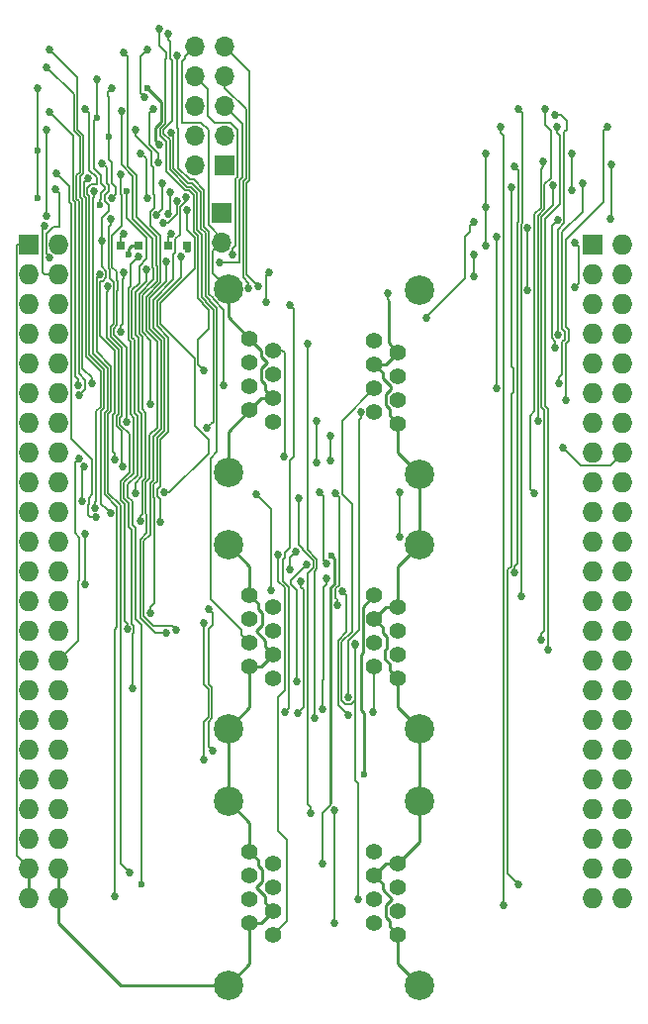
<source format=gbr>
G04 #@! TF.FileFunction,Copper,L1,Top,Signal*
%FSLAX46Y46*%
G04 Gerber Fmt 4.6, Leading zero omitted, Abs format (unit mm)*
G04 Created by KiCad (PCBNEW 4.0.7-e2-6376~58~ubuntu16.04.1) date Fri Jun  1 10:41:47 2018*
%MOMM*%
%LPD*%
G01*
G04 APERTURE LIST*
%ADD10C,0.100000*%
%ADD11R,1.700000X1.700000*%
%ADD12O,1.700000X1.700000*%
%ADD13R,1.727200X1.727200*%
%ADD14O,1.727200X1.727200*%
%ADD15R,0.800000X0.800000*%
%ADD16C,1.422400*%
%ADD17C,2.514600*%
%ADD18C,0.685800*%
%ADD19C,0.600000*%
%ADD20C,0.152400*%
%ADD21C,0.250000*%
G04 APERTURE END LIST*
D10*
D11*
X132842000Y-59690000D03*
D12*
X132842000Y-62230000D03*
D13*
X164630098Y-62382400D03*
D14*
X167170098Y-62382400D03*
X164630098Y-64922400D03*
X167170098Y-64922400D03*
X164630098Y-67462400D03*
X167170098Y-67462400D03*
X164630098Y-70002400D03*
X167170098Y-70002400D03*
X164630098Y-72542400D03*
X167170098Y-72542400D03*
X164630098Y-75082400D03*
X167170098Y-75082400D03*
X164630098Y-77622400D03*
X167170098Y-77622400D03*
X164630098Y-80162400D03*
X167170098Y-80162400D03*
X164630098Y-82702400D03*
X167170098Y-82702400D03*
X164630098Y-85242400D03*
X167170098Y-85242400D03*
X164630098Y-87782400D03*
X167170098Y-87782400D03*
X164630098Y-90322400D03*
X167170098Y-90322400D03*
X164630098Y-92862400D03*
X167170098Y-92862400D03*
X164630098Y-95402400D03*
X167170098Y-95402400D03*
X164630098Y-97942400D03*
X167170098Y-97942400D03*
X164630098Y-100482400D03*
X167170098Y-100482400D03*
X164630098Y-103022400D03*
X167170098Y-103022400D03*
X164630098Y-105562400D03*
X167170098Y-105562400D03*
X164630098Y-108102400D03*
X167170098Y-108102400D03*
X164630098Y-110642400D03*
X167170098Y-110642400D03*
X164630098Y-113182400D03*
X167170098Y-113182400D03*
X164630098Y-115722400D03*
X167170098Y-115722400D03*
X164630098Y-118262400D03*
X167170098Y-118262400D03*
D13*
X116370100Y-62382400D03*
D14*
X118910100Y-62382400D03*
X116370100Y-64922400D03*
X118910100Y-64922400D03*
X116370100Y-67462400D03*
X118910100Y-67462400D03*
X116370100Y-70002400D03*
X118910100Y-70002400D03*
X116370100Y-72542400D03*
X118910100Y-72542400D03*
X116370100Y-75082400D03*
X118910100Y-75082400D03*
X116370100Y-77622400D03*
X118910100Y-77622400D03*
X116370100Y-80162400D03*
X118910100Y-80162400D03*
X116370100Y-82702400D03*
X118910100Y-82702400D03*
X116370100Y-85242400D03*
X118910100Y-85242400D03*
X116370100Y-87782400D03*
X118910100Y-87782400D03*
X116370100Y-90322400D03*
X118910100Y-90322400D03*
X116370100Y-92862400D03*
X118910100Y-92862400D03*
X116370100Y-95402400D03*
X118910100Y-95402400D03*
X116370100Y-97942400D03*
X118910100Y-97942400D03*
X116370100Y-100482400D03*
X118910100Y-100482400D03*
X116370100Y-103022400D03*
X118910100Y-103022400D03*
X116370100Y-105562400D03*
X118910100Y-105562400D03*
X116370100Y-108102400D03*
X118910100Y-108102400D03*
X116370100Y-110642400D03*
X118910100Y-110642400D03*
X116370100Y-113182400D03*
X118910100Y-113182400D03*
X116370100Y-115722400D03*
X118910100Y-115722400D03*
X116370100Y-118262400D03*
X118910100Y-118262400D03*
D15*
X125768000Y-62484000D03*
X124168000Y-62484000D03*
X129870000Y-62484000D03*
X128270000Y-62484000D03*
D16*
X135255000Y-74549000D03*
X135255000Y-72517000D03*
X135255000Y-70485000D03*
X137287000Y-71501000D03*
X137287000Y-73533000D03*
X137287000Y-75565000D03*
X137287000Y-77597000D03*
X135255000Y-76581000D03*
D17*
X133400800Y-66192400D03*
X133400800Y-81889600D03*
D16*
X135255000Y-96456500D03*
X135255000Y-94424500D03*
X135255000Y-92392500D03*
X137287000Y-93408500D03*
X137287000Y-95440500D03*
X137287000Y-97472500D03*
X137287000Y-99504500D03*
X135255000Y-98488500D03*
D17*
X133400800Y-88099900D03*
X133400800Y-103797100D03*
D16*
X135255000Y-118364000D03*
X135255000Y-116332000D03*
X135255000Y-114300000D03*
X137287000Y-115316000D03*
X137287000Y-117348000D03*
X137287000Y-119380000D03*
X137287000Y-121412000D03*
X135255000Y-120396000D03*
D17*
X133400800Y-110007400D03*
X133400800Y-125704600D03*
D16*
X147955000Y-73660000D03*
X147955000Y-75692000D03*
X147955000Y-77724000D03*
X145923000Y-76708000D03*
X145923000Y-74676000D03*
X145923000Y-72644000D03*
X145923000Y-70612000D03*
X147955000Y-71628000D03*
D17*
X149809200Y-82016600D03*
X149809200Y-66319400D03*
D16*
X147955000Y-95440500D03*
X147955000Y-97472500D03*
X147955000Y-99504500D03*
X145923000Y-98488500D03*
X145923000Y-96456500D03*
X145923000Y-94424500D03*
X145923000Y-92392500D03*
X147955000Y-93408500D03*
D17*
X149809200Y-103797100D03*
X149809200Y-88099900D03*
D16*
X147955000Y-117348000D03*
X147955000Y-119380000D03*
X147955000Y-121412000D03*
X145923000Y-120396000D03*
X145923000Y-118364000D03*
X145923000Y-116332000D03*
X145923000Y-114300000D03*
X147955000Y-115316000D03*
D17*
X149809200Y-125704600D03*
X149809200Y-110007400D03*
D11*
X133096000Y-55626000D03*
D12*
X130556000Y-55626000D03*
X133096000Y-53086000D03*
X130556000Y-53086000D03*
X133096000Y-50546000D03*
X130556000Y-50546000D03*
X133096000Y-48006000D03*
X130556000Y-48006000D03*
X133096000Y-45466000D03*
X130556000Y-45466000D03*
D18*
X117725083Y-60790679D03*
X159042057Y-60960000D03*
X159042057Y-66285744D03*
X135153132Y-66161585D03*
X124206000Y-69850000D03*
X136906000Y-64770000D03*
X136652000Y-67310000D03*
X133794457Y-63236055D03*
X124460000Y-64770000D03*
X121917505Y-57847143D03*
X123698000Y-118110000D03*
X118110000Y-63500000D03*
X122402677Y-64960562D03*
X124968000Y-116078000D03*
X118618000Y-57658000D03*
D19*
X124734610Y-57865051D03*
X125984000Y-117094000D03*
X124864852Y-63225390D03*
D18*
X124460000Y-61468000D03*
X147066000Y-66548000D03*
X163068000Y-66040000D03*
X163068000Y-62230000D03*
X128524000Y-61468000D03*
D19*
X129963296Y-62803669D03*
D18*
X126784057Y-76010215D03*
X124460000Y-45974000D03*
X120661855Y-75267566D03*
X117856000Y-47244000D03*
X138176000Y-80518000D03*
X133019823Y-74414968D03*
X129032000Y-46228000D03*
X140970000Y-77470000D03*
X140970000Y-81026000D03*
X128549741Y-52812241D03*
X117874066Y-59965813D03*
X124777510Y-95304274D03*
X123380490Y-60198000D03*
X117856000Y-52578000D03*
X142580941Y-83699180D03*
X142748000Y-93218000D03*
X128079510Y-95618321D03*
X125476000Y-52578000D03*
X139305820Y-99718183D03*
X140130382Y-89728850D03*
X141478000Y-115316000D03*
D19*
X142227522Y-88963998D03*
D18*
X137668000Y-88900000D03*
X161734490Y-74277182D03*
X163759302Y-57150000D03*
X162306000Y-75692000D03*
X165862000Y-52324000D03*
X143700490Y-101092000D03*
X144780000Y-76708000D03*
X144272000Y-96520000D03*
X144309500Y-96595086D03*
X144526000Y-118364000D03*
X156400490Y-74677587D03*
X156400490Y-61725175D03*
X140779510Y-102871587D03*
X140208000Y-70866000D03*
X160210490Y-96158313D03*
X161226490Y-57351013D03*
X160782000Y-97028000D03*
X161544000Y-52324000D03*
X145796000Y-102362000D03*
D19*
X145054610Y-107696000D03*
D18*
X157619679Y-57539301D03*
X158242000Y-117094000D03*
X156972000Y-118872000D03*
X156718000Y-52324000D03*
X142516239Y-110768000D03*
X142494000Y-120396000D03*
X126492000Y-58420000D03*
X154428807Y-65087502D03*
X154432000Y-63246000D03*
X155448000Y-54610000D03*
X155448000Y-62491302D03*
X155448000Y-59182000D03*
X127530740Y-53878367D03*
X125920490Y-54591291D03*
D19*
X126492000Y-49022000D03*
D18*
X127915303Y-83620569D03*
X129875045Y-59483970D03*
X125462974Y-83680321D03*
X126415759Y-64545365D03*
X127821514Y-60516425D03*
X129031477Y-58673477D03*
X126746000Y-93891132D03*
X129800811Y-58340041D03*
X128936521Y-95313510D03*
X128130201Y-63813118D03*
X128233680Y-59768472D03*
X128455602Y-57900269D03*
X120625601Y-80676613D03*
X124369989Y-81419679D03*
X132685493Y-63900722D03*
X123072893Y-65944245D03*
X127290830Y-59867600D03*
X125222000Y-100330000D03*
X125732349Y-63429261D03*
X127762000Y-57150000D03*
X136000966Y-65950093D03*
X121727990Y-74258045D03*
X118110000Y-45720000D03*
X131318000Y-73152000D03*
X127508000Y-43942000D03*
X120584978Y-74422000D03*
X118110000Y-51054000D03*
X142176490Y-80835510D03*
X142176490Y-78740000D03*
X131563067Y-78110077D03*
X128308000Y-44418695D03*
X123329679Y-85381317D03*
X121158000Y-50800000D03*
X148082000Y-87376000D03*
X148082000Y-83566000D03*
X162052000Y-79756000D03*
X122087341Y-85732644D03*
X118681510Y-56307361D03*
X121418841Y-56750005D03*
X121995215Y-84899510D03*
X125867564Y-86075595D03*
X124260694Y-50975795D03*
X127620197Y-86118754D03*
X129366419Y-63396384D03*
X161658321Y-70104000D03*
X161374524Y-51323218D03*
X161607510Y-60307041D03*
X161419772Y-71186955D03*
X166116000Y-60198000D03*
X166213000Y-55529000D03*
X159905679Y-77494912D03*
X160540000Y-50812000D03*
X124711254Y-77533510D03*
X124206000Y-56388000D03*
X141846321Y-89662000D03*
X141224000Y-83566000D03*
X121098235Y-81368868D03*
X159572185Y-83629510D03*
X160381155Y-55271393D03*
X120904000Y-84328000D03*
X140462000Y-110998000D03*
X139446000Y-84074000D03*
X137096490Y-91997274D03*
X143700490Y-102668987D03*
X135837013Y-83756490D03*
X143192490Y-92078669D03*
X141846321Y-90932000D03*
X141478000Y-102108000D03*
X139382521Y-102449267D03*
X139636490Y-91186000D03*
X139192000Y-88646000D03*
X138684000Y-90170000D03*
X158496000Y-92456000D03*
X158242000Y-50800000D03*
X157924490Y-90456938D03*
X157924490Y-55697958D03*
X121158000Y-91440000D03*
X121158000Y-87122000D03*
X131744676Y-93586321D03*
X132080000Y-105664000D03*
X131352716Y-94776724D03*
X131318000Y-106426000D03*
X122593185Y-62058111D03*
X123698000Y-80772000D03*
X127444490Y-55401553D03*
X126492000Y-45709889D03*
X127042079Y-50849639D03*
X122639921Y-55468375D03*
X126238000Y-49784000D03*
D19*
X117073390Y-54356000D03*
D18*
X117094000Y-49022000D03*
D19*
X117094000Y-58420000D03*
X122447607Y-59008798D03*
D18*
X122174000Y-48260000D03*
D19*
X122194610Y-51562000D03*
D18*
X123444000Y-58420000D03*
D19*
X123190000Y-53204211D03*
D18*
X123444000Y-49022000D03*
X138239510Y-102362000D03*
X138684000Y-67564000D03*
X150355605Y-68681622D03*
X154432000Y-60452000D03*
X162814000Y-57774302D03*
X162814000Y-54610000D03*
D20*
X117509184Y-61006578D02*
X117725083Y-60790679D01*
X117688786Y-64922400D02*
X117509184Y-64742798D01*
X118910100Y-64922400D02*
X117688786Y-64922400D01*
X117509184Y-64742798D02*
X117509184Y-61006578D01*
X159042057Y-60960000D02*
X159042057Y-66285744D01*
X135153132Y-65676652D02*
X135153132Y-66161585D01*
X134670778Y-57024838D02*
X134670778Y-65194298D01*
X134924778Y-56770839D02*
X134670778Y-57024838D01*
X134924778Y-50840595D02*
X134924778Y-56770839D01*
X133096000Y-49011817D02*
X134924778Y-50840595D01*
X133096000Y-48006000D02*
X133096000Y-49011817D01*
X134670778Y-65194298D02*
X135153132Y-65676652D01*
X124413105Y-69157962D02*
X124206000Y-69365067D01*
X124460000Y-65254933D02*
X124413105Y-65301828D01*
X124460000Y-64770000D02*
X124460000Y-65254933D01*
X124206000Y-69365067D02*
X124206000Y-69850000D01*
X124413105Y-65301828D02*
X124413105Y-69157962D01*
X136652000Y-67310000D02*
X136652000Y-65024000D01*
X136652000Y-65024000D02*
X136906000Y-64770000D01*
X134061156Y-56772326D02*
X134061156Y-62484423D01*
X134174601Y-52568271D02*
X134174601Y-56658881D01*
X133613729Y-52007399D02*
X134174601Y-52568271D01*
X132271399Y-52007399D02*
X133613729Y-52007399D01*
X131634601Y-49084601D02*
X131634601Y-51370601D01*
X134061156Y-62484423D02*
X133794457Y-62751122D01*
X134174601Y-56658881D02*
X134061156Y-56772326D01*
X133794457Y-62751122D02*
X133794457Y-63236055D01*
X131634601Y-51370601D02*
X132271399Y-52007399D01*
X130556000Y-48006000D02*
X131634601Y-49084601D01*
X121831167Y-71716234D02*
X121831167Y-58418414D01*
X122821688Y-76790673D02*
X123088378Y-76523983D01*
X123088378Y-72973445D02*
X121831167Y-71716234D01*
X123901189Y-84829864D02*
X122821688Y-83750363D01*
X122821688Y-83750363D02*
X122821688Y-76790673D01*
X123901189Y-95122256D02*
X123901189Y-84829864D01*
X123698000Y-95325445D02*
X123901189Y-95122256D01*
X121917505Y-58332076D02*
X121917505Y-57847143D01*
X123698000Y-118110000D02*
X123698000Y-95325445D01*
X123088378Y-76523983D02*
X123088378Y-72973445D01*
X121831167Y-58418414D02*
X121917505Y-58332076D01*
X117817899Y-63207899D02*
X118110000Y-63500000D01*
X118474002Y-60849998D02*
X117817899Y-61506101D01*
X117817899Y-61506101D02*
X117817899Y-63207899D01*
X118960899Y-60849998D02*
X118474002Y-60849998D01*
X123393189Y-76650239D02*
X123393189Y-72793457D01*
X123126499Y-76916929D02*
X123393189Y-76650239D01*
X124206000Y-84703608D02*
X123126499Y-83624107D01*
X122148555Y-65214684D02*
X122402677Y-64960562D01*
X123393189Y-72793457D02*
X122148555Y-71548823D01*
X123126499Y-83624107D02*
X123126499Y-76916929D01*
X124206000Y-115316000D02*
X124206000Y-84703608D01*
X124968000Y-116078000D02*
X124206000Y-115316000D01*
X122148555Y-71548823D02*
X122148555Y-65214684D01*
X118960899Y-59270899D02*
X118960899Y-60849998D01*
X118618000Y-57658000D02*
X118960899Y-58000899D01*
X118960899Y-58000899D02*
X118960899Y-59270899D01*
X125171103Y-70345586D02*
X125171103Y-66306414D01*
X125516077Y-94438179D02*
X125516076Y-86642151D01*
X126445401Y-61862079D02*
X124734610Y-60151288D01*
X125795458Y-64247620D02*
X126445401Y-63597677D01*
X125795458Y-65682059D02*
X125795458Y-64247620D01*
X125372422Y-70546905D02*
X125171103Y-70345586D01*
X125639113Y-82106345D02*
X125639113Y-77049208D01*
X125984000Y-94906101D02*
X125516077Y-94438179D01*
X125247263Y-84382656D02*
X124842673Y-83978066D01*
X126445401Y-63597677D02*
X126445401Y-61862079D01*
X125639113Y-77049208D02*
X125372422Y-76782517D01*
X124734610Y-60151288D02*
X124734610Y-58289315D01*
X124734610Y-58289315D02*
X124734610Y-57865051D01*
X125247263Y-86373339D02*
X125247263Y-84382656D01*
X125516076Y-86642151D02*
X125247263Y-86373339D01*
X125171103Y-66306414D02*
X125795458Y-65682059D01*
X124842673Y-83978066D02*
X124842672Y-82902786D01*
X125984000Y-117094000D02*
X125984000Y-94906101D01*
X125372422Y-76782517D02*
X125372422Y-70546905D01*
X124842672Y-82902786D02*
X125639113Y-82106345D01*
D21*
X124864852Y-62737148D02*
X124864852Y-62801126D01*
X125768000Y-62484000D02*
X125118000Y-62484000D01*
X125118000Y-62484000D02*
X124864852Y-62737148D01*
X124864852Y-62801126D02*
X124864852Y-63225390D01*
D20*
X116370100Y-62382400D02*
X115354100Y-62382400D01*
X115354100Y-62382400D02*
X115277899Y-62458601D01*
X115277899Y-62458601D02*
X115277899Y-114630199D01*
X115277899Y-114630199D02*
X115506501Y-114858801D01*
X115506501Y-114858801D02*
X116370100Y-115722400D01*
X124168000Y-62484000D02*
X124168000Y-61760000D01*
X124168000Y-61760000D02*
X124460000Y-61468000D01*
D21*
X146634199Y-117043199D02*
X146634199Y-117560777D01*
X145923000Y-116332000D02*
X146634199Y-117043199D01*
D20*
X163410899Y-62572899D02*
X163410899Y-65697101D01*
X163068000Y-62230000D02*
X163410899Y-62572899D01*
X163410899Y-65697101D02*
X163068000Y-66040000D01*
X147066000Y-66548000D02*
X147066000Y-67032933D01*
X147123991Y-67090924D02*
X147123991Y-67226519D01*
X147066000Y-67032933D02*
X147123991Y-67090924D01*
X132143501Y-64935101D02*
X133400800Y-66192400D01*
X132113992Y-64905592D02*
X132143501Y-64935101D01*
X132842000Y-62230000D02*
X132113992Y-62958008D01*
X132113992Y-62958008D02*
X132113992Y-64905592D01*
X128270000Y-61931600D02*
X128270000Y-61722000D01*
X128270000Y-61722000D02*
X128524000Y-61468000D01*
X128270000Y-62484000D02*
X128270000Y-61931600D01*
X129706001Y-46472045D02*
X129706001Y-46315999D01*
X129436519Y-51958599D02*
X129428599Y-51950679D01*
X129428599Y-46749447D02*
X129706001Y-46472045D01*
X132842000Y-61889322D02*
X131714599Y-60761921D01*
X129428599Y-51950679D02*
X129428599Y-46749447D01*
X129706001Y-46315999D02*
X130556000Y-45466000D01*
X131714599Y-60761921D02*
X131714599Y-52576045D01*
X131097153Y-51958599D02*
X129436519Y-51958599D01*
X131714599Y-52576045D02*
X131097153Y-51958599D01*
D21*
X132842000Y-62230000D02*
X132842000Y-61889322D01*
X147123991Y-67226519D02*
X147123991Y-70796991D01*
X118910100Y-120434100D02*
X124180600Y-125704600D01*
X118910100Y-116943714D02*
X118910100Y-118262400D01*
X135255000Y-92392500D02*
X135255000Y-89954100D01*
X135255000Y-89954100D02*
X133400800Y-88099900D01*
X137287000Y-97472500D02*
X136575801Y-96761301D01*
X136575801Y-96761301D02*
X136575801Y-96243723D01*
X135966199Y-93103699D02*
X135255000Y-92392500D01*
X135772578Y-95440500D02*
X136291201Y-94921877D01*
X136291201Y-94921877D02*
X136291201Y-93927123D01*
X135255000Y-98488500D02*
X136271000Y-98488500D01*
X136271000Y-98488500D02*
X137287000Y-97472500D01*
X133400800Y-103797100D02*
X135255000Y-101942900D01*
X133400800Y-108229310D02*
X133400800Y-103797100D01*
X135255000Y-114300000D02*
X135255000Y-111861600D01*
X137287000Y-119380000D02*
X136575801Y-118668801D01*
X136575801Y-118668801D02*
X136575801Y-118151223D01*
X136291201Y-115853779D02*
X135966199Y-115528777D01*
X135772578Y-117348000D02*
X136291201Y-116829377D01*
X136575801Y-96243723D02*
X135772578Y-95440500D01*
X136291201Y-116829377D02*
X136291201Y-115853779D01*
X135966199Y-115528777D02*
X135966199Y-115011199D01*
X118910100Y-115722400D02*
X118910100Y-120434100D01*
X136271000Y-120396000D02*
X137287000Y-119380000D01*
X135255000Y-123850400D02*
X135255000Y-120396000D01*
X147955000Y-123850400D02*
X149809200Y-125704600D01*
X124180600Y-125704600D02*
X133400800Y-125704600D01*
X146918799Y-118882623D02*
X146918799Y-119877377D01*
X135255000Y-120396000D02*
X136271000Y-120396000D01*
X146918799Y-119877377D02*
X147243801Y-120202379D01*
X133400800Y-110007400D02*
X133400800Y-108229310D01*
X146634199Y-117560777D02*
X147437422Y-118364000D01*
X136291201Y-93927123D02*
X135966199Y-93602121D01*
X146939000Y-115316000D02*
X145923000Y-116332000D01*
X149809200Y-110007400D02*
X149809200Y-113461800D01*
X149809200Y-113461800D02*
X147955000Y-115316000D01*
X147955000Y-101942900D02*
X147955000Y-101981000D01*
X147955000Y-101942900D02*
X149809200Y-103797100D01*
X116370100Y-115722400D02*
X116370100Y-116943714D01*
X118910100Y-115722400D02*
X118910100Y-116943714D01*
X146634199Y-95135699D02*
X146634199Y-95634121D01*
X147243801Y-120202379D02*
X147243801Y-120700801D01*
X146959201Y-95959123D02*
X146959201Y-96934721D01*
X136575801Y-118151223D02*
X135772578Y-117348000D01*
X146959201Y-96934721D02*
X146812000Y-97081922D01*
X146939000Y-93408500D02*
X145923000Y-94424500D01*
X147955000Y-115316000D02*
X146939000Y-115316000D01*
X149809200Y-83794690D02*
X149809200Y-88099900D01*
X147955000Y-77724000D02*
X147955000Y-80162400D01*
X147243801Y-98275723D02*
X147243801Y-98793301D01*
X147955000Y-99504500D02*
X147955000Y-101942900D01*
X147955000Y-80162400D02*
X149809200Y-82016600D01*
X135966199Y-93602121D02*
X135966199Y-93103699D01*
X146634199Y-73355199D02*
X146634199Y-73853621D01*
X147320000Y-74793422D02*
X146918799Y-75194623D01*
X147243801Y-120700801D02*
X147955000Y-121412000D01*
X147243801Y-77012801D02*
X147955000Y-77724000D01*
X145923000Y-72644000D02*
X146634199Y-73355199D01*
X145923000Y-94424500D02*
X146634199Y-95135699D01*
X146918799Y-75194623D02*
X146918799Y-76170221D01*
X146812000Y-97843922D02*
X147243801Y-98275723D01*
X116370100Y-116943714D02*
X116370100Y-118262400D01*
X133400800Y-125704600D02*
X135255000Y-123850400D01*
X147243801Y-70916801D02*
X147955000Y-71628000D01*
X147955000Y-89954100D02*
X147955000Y-93408500D01*
X135966199Y-115011199D02*
X135255000Y-114300000D01*
X147243801Y-76495223D02*
X147243801Y-77012801D01*
X149809200Y-103797100D02*
X149809200Y-110007400D01*
X146812000Y-97081922D02*
X146812000Y-97843922D01*
X147437422Y-118364000D02*
X146918799Y-118882623D01*
X147955000Y-93408500D02*
X146939000Y-93408500D01*
X149809200Y-82016600D02*
X149809200Y-83794690D01*
X146634199Y-95634121D02*
X146959201Y-95959123D01*
X146939000Y-72644000D02*
X147955000Y-71628000D01*
X147955000Y-121412000D02*
X147955000Y-123850400D01*
X147123991Y-70796991D02*
X147243801Y-70916801D01*
X135255000Y-111861600D02*
X133400800Y-110007400D01*
X146634199Y-73853621D02*
X147320000Y-74539422D01*
X146918799Y-76170221D02*
X147243801Y-76495223D01*
X149809200Y-88099900D02*
X147955000Y-89954100D01*
X147320000Y-74539422D02*
X147320000Y-74793422D01*
X145923000Y-72644000D02*
X146939000Y-72644000D01*
X135255000Y-101942900D02*
X135255000Y-98488500D01*
X147243801Y-98793301D02*
X147955000Y-99504500D01*
X133400800Y-81889600D02*
X133400800Y-78435200D01*
X133400800Y-78435200D02*
X135255000Y-76581000D01*
X137287000Y-75565000D02*
X136271000Y-75565000D01*
X136271000Y-75565000D02*
X135255000Y-76581000D01*
X135255000Y-70485000D02*
X136250799Y-71480799D01*
X136250799Y-71480799D02*
X136250799Y-71998377D01*
X136250799Y-71998377D02*
X136769422Y-72517000D01*
X136769422Y-72517000D02*
X136250799Y-73035623D01*
X136575801Y-74853801D02*
X137287000Y-75565000D01*
X136250799Y-73035623D02*
X136250799Y-74011221D01*
X136250799Y-74011221D02*
X136575801Y-74336223D01*
X136575801Y-74336223D02*
X136575801Y-74853801D01*
X133400800Y-66192400D02*
X133400800Y-68630800D01*
X133400800Y-68630800D02*
X135255000Y-70485000D01*
X129874161Y-62714534D02*
X129963296Y-62803669D01*
X129870000Y-62484000D02*
X129874161Y-62488161D01*
X129874161Y-62488161D02*
X129874161Y-62714534D01*
D20*
X127304758Y-64264564D02*
X127304758Y-65534975D01*
X126784057Y-75525282D02*
X126784057Y-76010215D01*
X125568023Y-60053553D02*
X127253889Y-61739419D01*
X127304758Y-65534975D02*
X126085536Y-66754197D01*
X126085536Y-66754197D02*
X126085536Y-69897804D01*
X124460000Y-45974000D02*
X124832204Y-46346204D01*
X126085536Y-69897804D02*
X126784057Y-70596325D01*
X127253889Y-64213695D02*
X127304758Y-64264564D01*
X124832204Y-46346204D02*
X124832204Y-55737316D01*
X126784057Y-70596325D02*
X126784057Y-75525282D01*
X127253889Y-61739419D02*
X127253889Y-64213695D01*
X124832204Y-55737316D02*
X125568023Y-56473134D01*
X125568023Y-56473134D02*
X125568023Y-60053553D01*
X121004754Y-74924667D02*
X120661855Y-75267566D01*
X120431571Y-58500232D02*
X120611923Y-58680584D01*
X121156488Y-74772933D02*
X121004754Y-74924667D01*
X120611923Y-73439158D02*
X121156488Y-73983723D01*
X120611923Y-58680584D02*
X120611923Y-73439158D01*
X120431571Y-56460384D02*
X120431571Y-58500232D01*
X120700811Y-53213744D02*
X120700811Y-56191144D01*
X120192811Y-49580811D02*
X120192811Y-52705745D01*
X120192811Y-52705745D02*
X120700811Y-53213744D01*
X117856000Y-47244000D02*
X120192811Y-49580811D01*
X121156488Y-73983723D02*
X121156488Y-74772933D01*
X120700811Y-56191144D02*
X120431571Y-56460384D01*
X138049000Y-71501000D02*
X138226801Y-71678801D01*
X138226801Y-71678801D02*
X138226801Y-80467199D01*
X138226801Y-80467199D02*
X138176000Y-80518000D01*
X137287000Y-71501000D02*
X138049000Y-71501000D01*
X133019823Y-73930035D02*
X133019823Y-74414968D01*
X132130842Y-67093823D02*
X133019823Y-67982805D01*
X133019823Y-67982805D02*
X133019823Y-73930035D01*
X131360988Y-57761193D02*
X131360988Y-60908390D01*
X131360988Y-60908390D02*
X131762499Y-61309901D01*
X131762499Y-61309901D02*
X131762499Y-66648548D01*
X131762499Y-66648548D02*
X132130842Y-67016891D01*
X132130842Y-67016891D02*
X132130842Y-67093823D01*
X129121242Y-52537920D02*
X129121242Y-55862219D01*
X129121242Y-55862219D02*
X130113128Y-56854106D01*
X130113128Y-56854106D02*
X130453901Y-56854106D01*
X130453901Y-56854106D02*
X131360988Y-57761193D01*
X129032000Y-52448678D02*
X129121242Y-52537920D01*
X129032000Y-46228000D02*
X129032000Y-52448678D01*
X140970000Y-81026000D02*
X140970000Y-77470000D01*
X128727189Y-55899233D02*
X128727189Y-52989689D01*
X129986872Y-57158917D02*
X128727189Y-55899233D01*
X130327645Y-57158917D02*
X129986872Y-57158917D01*
X131457688Y-61436157D02*
X131056177Y-61034647D01*
X131056177Y-57887449D02*
X130327645Y-57158917D01*
X131056177Y-61034647D02*
X131056177Y-57887449D01*
X134543801Y-95343979D02*
X131914899Y-92715077D01*
X132448313Y-67842362D02*
X131826031Y-67220079D01*
X131826031Y-67143147D02*
X131457688Y-66774804D01*
X131826031Y-67220079D02*
X131826031Y-67143147D01*
X132448313Y-80139504D02*
X132448313Y-67842362D01*
X134543801Y-95745301D02*
X134543801Y-95343979D01*
X131914899Y-92715077D02*
X131914899Y-80672918D01*
X131457688Y-66774804D02*
X131457688Y-61436157D01*
X128727189Y-52989689D02*
X128549741Y-52812241D01*
X131914899Y-80672918D02*
X132448313Y-80139504D01*
X135255000Y-96456500D02*
X134543801Y-95745301D01*
X124777510Y-94819341D02*
X124777510Y-95304274D01*
X124510811Y-84577352D02*
X124510811Y-94552642D01*
X124941490Y-81872820D02*
X124184254Y-82630056D01*
X124307622Y-77030402D02*
X124139752Y-77198272D01*
X124307622Y-71228513D02*
X124307622Y-77030402D01*
X123329687Y-70250578D02*
X124307622Y-71228513D01*
X123329687Y-69449422D02*
X123329687Y-70250578D01*
X123644395Y-66218567D02*
X123596378Y-66266584D01*
X123278990Y-64559984D02*
X123278990Y-65304518D01*
X123380490Y-60198000D02*
X123380490Y-60682933D01*
X124184254Y-82630056D02*
X124184254Y-84250794D01*
X123596378Y-69182732D02*
X123329687Y-69449422D01*
X124139752Y-77198272D02*
X124139752Y-77807832D01*
X124139752Y-77807832D02*
X124941490Y-78609570D01*
X123278990Y-65304518D02*
X123644395Y-65669923D01*
X123164687Y-60898736D02*
X123164687Y-64445681D01*
X124941490Y-78609570D02*
X124941490Y-81872820D01*
X123644395Y-65669923D02*
X123644395Y-66218567D01*
X123164687Y-64445681D02*
X123278990Y-64559984D01*
X124510811Y-94552642D02*
X124777510Y-94819341D01*
X124184254Y-84250794D02*
X124510811Y-84577352D01*
X123596378Y-66266584D02*
X123596378Y-69182732D01*
X123380490Y-60682933D02*
X123164687Y-60898736D01*
X117856000Y-59947747D02*
X117874066Y-59965813D01*
X117856000Y-52578000D02*
X117856000Y-59947747D01*
X142620989Y-92606056D02*
X142620989Y-91804348D01*
X142923840Y-84042079D02*
X142580941Y-83699180D01*
X142748000Y-93218000D02*
X142748000Y-92733067D01*
X142748000Y-92733067D02*
X142620989Y-92606056D01*
X142923840Y-91501497D02*
X142923840Y-84042079D01*
X142620989Y-91804348D02*
X142923840Y-91501497D01*
X126695158Y-82412515D02*
X126339295Y-82768378D01*
X127063501Y-58145679D02*
X127063501Y-59249107D01*
X125869688Y-94291709D02*
X127196300Y-95618321D01*
X127063501Y-59249107D02*
X126719329Y-59593279D01*
X127000000Y-58082178D02*
X127063501Y-58145679D01*
X126390347Y-66880453D02*
X126390347Y-69771548D01*
X127558700Y-64087439D02*
X127609569Y-64138308D01*
X126439074Y-85487690D02*
X126439074Y-87074793D01*
X126390347Y-69771548D02*
X127355567Y-70736768D01*
X126695158Y-78700891D02*
X126695158Y-82412515D01*
X126872988Y-55675875D02*
X127000000Y-55802887D01*
X127355567Y-70736768D02*
X127355567Y-78040483D01*
X127594577Y-95618321D02*
X128079510Y-95618321D01*
X125869688Y-87644179D02*
X125869688Y-94291709D01*
X127000000Y-55802887D02*
X127000000Y-58082178D01*
X127609569Y-65661231D02*
X126390347Y-66880453D01*
X127558700Y-61613164D02*
X127558700Y-64087439D01*
X126872988Y-54459921D02*
X126872988Y-55675875D01*
X125476000Y-53062933D02*
X126872988Y-54459921D01*
X126439074Y-87074793D02*
X125869688Y-87644179D01*
X126339295Y-82768378D02*
X126339295Y-85387911D01*
X127355567Y-78040483D02*
X126695158Y-78700891D01*
X127196300Y-95618321D02*
X127594577Y-95618321D01*
X126719329Y-59593279D02*
X126719329Y-60773793D01*
X127609569Y-64138308D02*
X127609569Y-65661231D01*
X126339295Y-85387911D02*
X126439074Y-85487690D01*
X126719329Y-60773793D02*
X127558700Y-61613164D01*
X125476000Y-52578000D02*
X125476000Y-53062933D01*
X138785620Y-91438513D02*
X139305820Y-91958713D01*
X140130382Y-89728850D02*
X138785620Y-91073612D01*
X139305820Y-91958713D02*
X139305820Y-99233250D01*
X139305820Y-99233250D02*
X139305820Y-99718183D01*
X138785620Y-91073612D02*
X138785620Y-91438513D01*
X142127698Y-110348302D02*
X141478000Y-110998000D01*
X141478000Y-110998000D02*
X141478000Y-115316000D01*
X142127698Y-110192254D02*
X142127698Y-110348302D01*
D21*
X142527521Y-89263997D02*
X142227522Y-88963998D01*
X142127698Y-110192254D02*
X142127698Y-91797558D01*
X142527521Y-91397735D02*
X142527521Y-89263997D01*
X142127698Y-91797558D02*
X142527521Y-91397735D01*
D20*
X137668000Y-88900000D02*
X137668000Y-91186000D01*
X137668000Y-101092000D02*
X137668000Y-112522000D01*
X137668000Y-91186000D02*
X138226801Y-91744801D01*
X138226801Y-91744801D02*
X138226801Y-100533199D01*
X138226801Y-100533199D02*
X137668000Y-101092000D01*
X138430000Y-120269000D02*
X137287000Y-121412000D01*
X137668000Y-112522000D02*
X138430000Y-113284000D01*
X138430000Y-113284000D02*
X138430000Y-120269000D01*
X162001189Y-70746633D02*
X162001189Y-73525550D01*
X162001189Y-69601044D02*
X162229823Y-69829678D01*
X161734490Y-73792249D02*
X161734490Y-74277182D01*
X162229823Y-70517999D02*
X162001189Y-70746633D01*
X162229823Y-69829678D02*
X162229823Y-70517999D01*
X163759302Y-57150000D02*
X163759302Y-59583631D01*
X163759302Y-59583631D02*
X162001189Y-61341744D01*
X162001189Y-61341744D02*
X162001189Y-69601044D01*
X162001189Y-73525550D02*
X161734490Y-73792249D01*
X162306000Y-75207067D02*
X162306000Y-75692000D01*
X162534634Y-69703422D02*
X162534634Y-70644255D01*
X162306000Y-61976000D02*
X162306000Y-69474789D01*
X162306000Y-69474789D02*
X162534634Y-69703422D01*
X165862000Y-52324000D02*
X165519101Y-52666899D01*
X165519101Y-58762899D02*
X162306000Y-61976000D01*
X162306000Y-70872889D02*
X162306000Y-75207067D01*
X162534634Y-70644255D02*
X162306000Y-70872889D01*
X165519101Y-52666899D02*
X165519101Y-58762899D01*
X144580788Y-95365388D02*
X143700490Y-96245686D01*
X144580788Y-77392145D02*
X144580788Y-95365388D01*
X143700490Y-96245686D02*
X143700490Y-100607067D01*
X144780000Y-76708000D02*
X144780000Y-77192933D01*
X144780000Y-77192933D02*
X144580788Y-77392145D01*
X143700490Y-100607067D02*
X143700490Y-101092000D01*
X143128988Y-101366322D02*
X143426168Y-101663502D01*
X144309500Y-97080019D02*
X144309500Y-96595086D01*
X144018000Y-84582000D02*
X144018000Y-95497109D01*
X143426168Y-101663502D02*
X143974812Y-101663502D01*
X143128988Y-96386121D02*
X143128988Y-101366322D01*
X145923000Y-74676000D02*
X143152442Y-77446558D01*
X143974812Y-101663502D02*
X144309500Y-101328814D01*
X144309500Y-101328814D02*
X144309500Y-97080019D01*
X143152442Y-83716442D02*
X144018000Y-84582000D01*
X144018000Y-95497109D02*
X143128988Y-96386121D01*
X143152442Y-77446558D02*
X143152442Y-83716442D01*
X144272000Y-108204000D02*
X144272000Y-96520000D01*
X144526000Y-108458000D02*
X144272000Y-108204000D01*
X144526000Y-118364000D02*
X144526000Y-108458000D01*
X156400490Y-61725175D02*
X156400490Y-74677587D01*
X140779510Y-102386654D02*
X140779510Y-102871587D01*
X141006695Y-90129428D02*
X140779510Y-90356612D01*
X140208000Y-88529577D02*
X141006695Y-89328272D01*
X141006695Y-89328272D02*
X141006695Y-90129428D01*
X140208000Y-70866000D02*
X140208000Y-88529577D01*
X140779510Y-90356612D02*
X140779510Y-102386654D01*
X160477189Y-95406681D02*
X160210490Y-95673380D01*
X160223189Y-76326256D02*
X160477189Y-76580256D01*
X160223189Y-60071744D02*
X160223189Y-76326256D01*
X161226490Y-59068443D02*
X160223189Y-60071744D01*
X161226490Y-57351013D02*
X161226490Y-59068443D01*
X160477189Y-76580256D02*
X160477189Y-95406681D01*
X160210490Y-95673380D02*
X160210490Y-96158313D01*
X160782000Y-76454000D02*
X160782000Y-97028000D01*
X160528000Y-76200000D02*
X160782000Y-76454000D01*
X160528000Y-69596000D02*
X160528000Y-76200000D01*
X160528000Y-60198000D02*
X160528000Y-69596000D01*
X161798000Y-58928000D02*
X160528000Y-60198000D01*
X161798000Y-53062933D02*
X161798000Y-58928000D01*
X161544000Y-52324000D02*
X161544000Y-52808933D01*
X161544000Y-52808933D02*
X161798000Y-53062933D01*
X145923000Y-98488500D02*
X145923000Y-102235000D01*
X145923000Y-102235000D02*
X145796000Y-102362000D01*
D21*
X145054610Y-102479860D02*
X145054610Y-107271736D01*
X144934399Y-97290714D02*
X144780000Y-97445113D01*
X144934399Y-93381101D02*
X144934399Y-97290714D01*
X145054610Y-107271736D02*
X145054610Y-107696000D01*
X144780000Y-97445113D02*
X144780000Y-102205250D01*
X145923000Y-92392500D02*
X144934399Y-93381101D01*
X144780000Y-102205250D02*
X145054610Y-102479860D01*
D20*
X158242000Y-117094000D02*
X157352988Y-116204988D01*
X157352988Y-116204988D02*
X157352988Y-90182616D01*
X157352988Y-90182616D02*
X157619679Y-89915925D01*
X157619679Y-89915925D02*
X157619679Y-75221387D01*
X157619679Y-75221387D02*
X157784809Y-75056257D01*
X157784809Y-75056257D02*
X157784809Y-73025743D01*
X157784809Y-73025743D02*
X157619679Y-72860613D01*
X157619679Y-72860613D02*
X157619679Y-58024234D01*
X157619679Y-58024234D02*
X157619679Y-57539301D01*
X156972000Y-97028000D02*
X156972000Y-118872000D01*
X156972000Y-76708000D02*
X156972000Y-97028000D01*
X156972000Y-53062933D02*
X156972000Y-76708000D01*
X156718000Y-52324000D02*
X156718000Y-52808933D01*
X156718000Y-52808933D02*
X156972000Y-53062933D01*
X142494000Y-110790239D02*
X142516239Y-110768000D01*
X142494000Y-120396000D02*
X142494000Y-110790239D01*
X126492000Y-58420000D02*
X126388987Y-58316987D01*
X126388987Y-58316987D02*
X126388987Y-55059788D01*
X126388987Y-55059788D02*
X125920490Y-54591291D01*
X154432000Y-63246000D02*
X154432000Y-65084309D01*
X154432000Y-65084309D02*
X154428807Y-65087502D01*
X155448000Y-59182000D02*
X155448000Y-54610000D01*
X155448000Y-59666933D02*
X155448000Y-62491302D01*
X155448000Y-59182000D02*
X155448000Y-59666933D01*
D21*
X127187841Y-53535468D02*
X127530740Y-53878367D01*
X127187841Y-52397172D02*
X127187841Y-53535468D01*
X127662389Y-50192389D02*
X127662389Y-51922624D01*
X126492000Y-49022000D02*
X127662389Y-50192389D01*
X127662389Y-51922624D02*
X127187841Y-52397172D01*
D20*
X129875045Y-59968903D02*
X129875045Y-59483970D01*
X129875045Y-61146715D02*
X129875045Y-59968903D01*
X130543255Y-61814925D02*
X129875045Y-61146715D01*
X130543255Y-72123255D02*
X127609591Y-69189591D01*
X131724411Y-79079660D02*
X130543255Y-77898504D01*
X130543255Y-64461995D02*
X130543255Y-61814925D01*
X131724411Y-80296394D02*
X131724411Y-79079660D01*
X128400236Y-83620569D02*
X131724411Y-80296394D01*
X127915303Y-83620569D02*
X128400236Y-83620569D01*
X127609591Y-67395659D02*
X130543255Y-64461995D01*
X127609591Y-69189591D02*
X127609591Y-67395659D01*
X130543255Y-77898504D02*
X130543255Y-72123255D01*
X126415759Y-64545365D02*
X126415759Y-65561840D01*
X125992724Y-76902738D02*
X125992724Y-82252815D01*
X125726033Y-70400435D02*
X125726033Y-76636047D01*
X125462974Y-83195388D02*
X125462974Y-83680321D01*
X125462974Y-82782565D02*
X125462974Y-83195388D01*
X125726033Y-76636047D02*
X125992724Y-76902738D01*
X125475914Y-66501685D02*
X125475914Y-70150316D01*
X125992724Y-82252815D02*
X125462974Y-82782565D01*
X125475914Y-70150316D02*
X125726033Y-70400435D01*
X126415759Y-65561840D02*
X125475914Y-66501685D01*
X128306447Y-60516425D02*
X127821514Y-60516425D01*
X128998731Y-59824141D02*
X128306447Y-60516425D01*
X128998731Y-58706223D02*
X128998731Y-59824141D01*
X129031477Y-58673477D02*
X128998731Y-58706223D01*
X129800811Y-58715159D02*
X129303542Y-59212428D01*
X126746000Y-93406199D02*
X126746000Y-93891132D01*
X127038991Y-84021146D02*
X127048696Y-84030851D01*
X128727191Y-65405743D02*
X126999969Y-67132965D01*
X128727191Y-63238291D02*
X128727191Y-65405743D01*
X128898601Y-63066881D02*
X128727191Y-63238291D01*
X129303542Y-59212428D02*
X129303542Y-61534282D01*
X129800811Y-58340041D02*
X129800811Y-58715159D01*
X126999969Y-67132965D02*
X126999969Y-69519036D01*
X127965189Y-78292995D02*
X127304780Y-78953403D01*
X127304780Y-78953403D02*
X127304780Y-82665027D01*
X129303542Y-61534282D02*
X128898601Y-61939223D01*
X127048696Y-93103503D02*
X126746000Y-93406199D01*
X126999969Y-69519036D02*
X127965189Y-70484256D01*
X128898601Y-61939223D02*
X128898601Y-63066881D01*
X127304780Y-82665027D02*
X127038991Y-82930816D01*
X127048696Y-84030851D02*
X127048696Y-93103503D01*
X127038991Y-82930816D02*
X127038991Y-84021146D01*
X127965189Y-70484256D02*
X127965189Y-78292995D01*
X126743885Y-84157107D02*
X126743885Y-87201049D01*
X127660378Y-70610512D02*
X127660378Y-78166739D01*
X128130201Y-63813118D02*
X128130201Y-65571665D01*
X126743885Y-87201049D02*
X126174499Y-87770435D01*
X128593622Y-94970611D02*
X128936521Y-95313510D01*
X126174499Y-87770435D02*
X126174499Y-94165453D01*
X126734180Y-82804560D02*
X126734180Y-84147402D01*
X126999969Y-78827147D02*
X126999969Y-82538771D01*
X126695158Y-69645292D02*
X127660378Y-70610512D01*
X127660378Y-78166739D02*
X126999969Y-78827147D01*
X126174499Y-94165453D02*
X126979657Y-94970611D01*
X126999969Y-82538771D02*
X126734180Y-82804560D01*
X126979657Y-94970611D02*
X128593622Y-94970611D01*
X128130201Y-65571665D02*
X126695158Y-67006708D01*
X126695158Y-67006708D02*
X126695158Y-69645292D01*
X126734180Y-84147402D02*
X126743885Y-84157107D01*
X128455602Y-59546550D02*
X128233680Y-59768472D01*
X128455602Y-57900269D02*
X128455602Y-59546550D01*
X123834941Y-77934088D02*
X124269501Y-78368648D01*
X123834941Y-77070621D02*
X123834941Y-77934088D01*
X124002811Y-76902751D02*
X123834941Y-77070621D01*
X123024876Y-66477195D02*
X123024876Y-70376834D01*
X123072893Y-66429178D02*
X123024876Y-66477195D01*
X123072893Y-65944245D02*
X123072893Y-66429178D01*
X123024876Y-70376834D02*
X124002811Y-71354769D01*
X124002811Y-71354769D02*
X124002811Y-76902751D01*
X124269501Y-81319191D02*
X124369989Y-81419679D01*
X124269501Y-78368648D02*
X124269501Y-81319191D01*
X120650000Y-91102176D02*
X120650000Y-87459822D01*
X120586498Y-91165678D02*
X120650000Y-91102176D01*
X120586498Y-96266002D02*
X120586498Y-91165678D01*
X120650000Y-87459822D02*
X120282702Y-87092524D01*
X118910100Y-97942400D02*
X120586498Y-96266002D01*
X120282702Y-81019512D02*
X120625601Y-80676613D01*
X120282702Y-87092524D02*
X120282702Y-81019512D01*
X134612391Y-52062391D02*
X134612391Y-56652159D01*
X134612391Y-56652159D02*
X134365967Y-56898582D01*
X134365967Y-56898582D02*
X134365967Y-63885092D01*
X133170426Y-63900722D02*
X132685493Y-63900722D01*
X134365967Y-63885092D02*
X134350337Y-63900722D01*
X133096000Y-50546000D02*
X134612391Y-52062391D01*
X134350337Y-63900722D02*
X133170426Y-63900722D01*
X125222000Y-99845067D02*
X125222000Y-100330000D01*
X125222000Y-95705608D02*
X125222000Y-99845067D01*
X125732349Y-63429261D02*
X125031501Y-64130109D01*
X125349012Y-95029952D02*
X125349012Y-95578596D01*
X125162466Y-94843406D02*
X125349012Y-95029952D01*
X125162466Y-86788623D02*
X125162466Y-94843406D01*
X124866292Y-70540856D02*
X125018811Y-70693375D01*
X125282756Y-81962623D02*
X124489062Y-82756317D01*
X124893653Y-86519811D02*
X125162466Y-86788623D01*
X124893652Y-84529126D02*
X124893653Y-86519811D01*
X124489064Y-84124537D02*
X124893652Y-84529126D01*
X125349012Y-95578596D02*
X125222000Y-95705608D01*
X124489062Y-82756317D02*
X124489064Y-84124537D01*
X125018811Y-76928987D02*
X125282756Y-77192932D01*
X125282756Y-77192932D02*
X125282756Y-81962623D01*
X125031501Y-64130109D02*
X125031501Y-65945935D01*
X124866292Y-66111144D02*
X124866292Y-70540856D01*
X125018811Y-70693375D02*
X125018811Y-76928987D01*
X125031501Y-65945935D02*
X124866292Y-66111144D01*
X127633729Y-59524701D02*
X127290830Y-59867600D01*
X127762000Y-59396430D02*
X127633729Y-59524701D01*
X127762000Y-57150000D02*
X127762000Y-59396430D01*
X135658067Y-65607194D02*
X136000966Y-65950093D01*
X134975589Y-64924716D02*
X135658067Y-65607194D01*
X134975589Y-57151094D02*
X134975589Y-64924716D01*
X135229589Y-56897095D02*
X134975589Y-57151094D01*
X133096000Y-45466000D02*
X135229589Y-47599589D01*
X135229589Y-47599589D02*
X135229589Y-56897095D01*
X121005622Y-56317400D02*
X120736382Y-56586640D01*
X118110000Y-45720000D02*
X120497622Y-48107622D01*
X120736382Y-56586640D02*
X120736382Y-58373976D01*
X120916734Y-72961856D02*
X121727990Y-73773112D01*
X120916734Y-58554328D02*
X120916734Y-72961856D01*
X120497622Y-48107622D02*
X120497622Y-52579488D01*
X120736382Y-58373976D02*
X120916734Y-58554328D01*
X121005622Y-53087488D02*
X121005622Y-56317400D01*
X121727990Y-73773112D02*
X121727990Y-74258045D01*
X120497622Y-52579488D02*
X121005622Y-53087488D01*
X130848966Y-72682966D02*
X130975101Y-72809101D01*
X130975101Y-72809101D02*
X131318000Y-73152000D01*
X131216409Y-67472591D02*
X131775220Y-68031403D01*
X131775220Y-68031403D02*
X131775220Y-69636597D01*
X128102241Y-53604046D02*
X128102241Y-56136419D01*
X127584178Y-53085983D02*
X128102241Y-53604046D01*
X128102241Y-56136419D02*
X129734361Y-57768539D01*
X129734361Y-57768539D02*
X130075133Y-57768539D01*
X130075133Y-57768539D02*
X130446555Y-58139961D01*
X130446555Y-58139961D02*
X130446555Y-61287159D01*
X130446555Y-61287159D02*
X130848066Y-61688669D01*
X131216409Y-67395659D02*
X131216409Y-67472591D01*
X131775220Y-69636597D02*
X130848966Y-70562851D01*
X130848966Y-70562851D02*
X130848966Y-72682966D01*
X127584178Y-52500915D02*
X127584178Y-53085983D01*
X128016000Y-52069093D02*
X127584178Y-52500915D01*
X128016000Y-46565822D02*
X128016000Y-52069093D01*
X128079501Y-46502321D02*
X128016000Y-46565822D01*
X128079501Y-45953679D02*
X128079501Y-46502321D01*
X127508000Y-45382178D02*
X128079501Y-45953679D01*
X127508000Y-43942000D02*
X127508000Y-45382178D01*
X130848066Y-67027316D02*
X131216409Y-67395659D01*
X130848066Y-61688669D02*
X130848066Y-67027316D01*
X118110000Y-51054000D02*
X120126760Y-53070760D01*
X120307112Y-73659201D02*
X120584978Y-73937067D01*
X120307112Y-58806840D02*
X120307112Y-73659201D01*
X120126760Y-58626488D02*
X120307112Y-58806840D01*
X120126760Y-53070760D02*
X120126760Y-58626488D01*
X120584978Y-73937067D02*
X120584978Y-74422000D01*
X142176490Y-78740000D02*
X142176490Y-80835510D01*
X128308000Y-44418695D02*
X128308000Y-44903628D01*
X128308000Y-44903628D02*
X128460499Y-45056127D01*
X128460499Y-45056127D02*
X128460499Y-46502321D01*
X128650899Y-46692721D02*
X128650899Y-51869501D01*
X127888989Y-52631411D02*
X127888989Y-52959727D01*
X131152877Y-66901060D02*
X131521220Y-67269403D01*
X132143502Y-77529642D02*
X131905966Y-77767178D01*
X132143502Y-67968618D02*
X132143502Y-77529642D01*
X131152877Y-61562413D02*
X131152877Y-66901060D01*
X129860615Y-57463727D02*
X130201389Y-57463728D01*
X130751366Y-61160902D02*
X131152877Y-61562413D01*
X128407052Y-53477790D02*
X128407052Y-56010163D01*
X128407052Y-56010163D02*
X129860615Y-57463727D01*
X128650899Y-51869501D02*
X127888989Y-52631411D01*
X127888989Y-52959727D02*
X128407052Y-53477790D01*
X128460499Y-46502321D02*
X128650899Y-46692721D01*
X130201389Y-57463728D02*
X130751366Y-58013705D01*
X131905966Y-77767178D02*
X131563067Y-78110077D01*
X130751366Y-58013705D02*
X130751366Y-61160902D01*
X131521220Y-67346335D02*
X132143502Y-67968618D01*
X131521220Y-67269403D02*
X131521220Y-67346335D01*
X121500899Y-51142899D02*
X121500899Y-56023830D01*
X121643184Y-57275642D02*
X121346004Y-57572822D01*
X122516877Y-84568515D02*
X122986780Y-85038418D01*
X122148633Y-56671564D02*
X122148633Y-57275642D01*
X122783567Y-73099701D02*
X122783567Y-76397727D01*
X122986780Y-85038418D02*
X123329679Y-85381317D01*
X122516877Y-76664417D02*
X122516877Y-84568515D01*
X121526356Y-58301816D02*
X121526356Y-71842490D01*
X122783567Y-76397727D02*
X122516877Y-76664417D01*
X121346004Y-57572822D02*
X121346004Y-58121464D01*
X121158000Y-50800000D02*
X121500899Y-51142899D01*
X121500899Y-56023830D02*
X122148633Y-56671564D01*
X121526356Y-71842490D02*
X122783567Y-73099701D01*
X121346004Y-58121464D02*
X121526356Y-58301816D01*
X122148633Y-57275642D02*
X121643184Y-57275642D01*
X148082000Y-83566000D02*
X148082000Y-87376000D01*
X164105841Y-81254601D02*
X163550601Y-81254601D01*
X163550601Y-81254601D02*
X162052000Y-79756000D01*
X167170098Y-80162400D02*
X166077897Y-81254601D01*
X166077897Y-81254601D02*
X164105841Y-81254601D01*
X120002301Y-58933096D02*
X120002301Y-79045490D01*
X121475501Y-84602321D02*
X121423713Y-84654109D01*
X121602408Y-85732644D02*
X122087341Y-85732644D01*
X121423713Y-85553949D02*
X121602408Y-85732644D01*
X121475501Y-84053679D02*
X121475501Y-84602321D01*
X121754604Y-83774576D02*
X121475501Y-84053679D01*
X121754604Y-80797793D02*
X121754604Y-83774576D01*
X119821949Y-57447800D02*
X119821949Y-58752744D01*
X118681510Y-56307361D02*
X119821949Y-57447800D01*
X121423713Y-84654109D02*
X121423713Y-85553949D01*
X119821949Y-58752744D02*
X120002301Y-58933096D01*
X120002301Y-79045490D02*
X121754604Y-80797793D01*
X122478756Y-76271471D02*
X122478756Y-73225957D01*
X122098801Y-76651426D02*
X122478756Y-76271471D01*
X121041193Y-58247720D02*
X121041193Y-57127653D01*
X122098801Y-84310991D02*
X122098801Y-76651426D01*
X121075942Y-57092904D02*
X121418841Y-56750005D01*
X121221545Y-58428072D02*
X121041193Y-58247720D01*
X121221545Y-71968746D02*
X121221545Y-58428072D01*
X121995215Y-84899510D02*
X121995215Y-84414577D01*
X121041193Y-57127653D02*
X121075942Y-57092904D01*
X121995215Y-84414577D02*
X122098801Y-84310991D01*
X122478756Y-73225957D02*
X121221545Y-71968746D01*
X126949078Y-64339951D02*
X126999947Y-64390820D01*
X126999947Y-64390820D02*
X126999947Y-65408719D01*
X124260694Y-50975795D02*
X124260694Y-55596872D01*
X126297535Y-76776482D02*
X126297535Y-82379071D01*
X126030844Y-76509791D02*
X126297535Y-76776482D01*
X125867564Y-85590662D02*
X125867564Y-86075595D01*
X126034484Y-82642122D02*
X126034484Y-85423742D01*
X125780725Y-70024060D02*
X126030844Y-70274179D01*
X125780725Y-66627941D02*
X125780725Y-70024060D01*
X125263212Y-60179809D02*
X126949078Y-61865675D01*
X125263212Y-56599391D02*
X125263212Y-60179809D01*
X126297535Y-82379071D02*
X126034484Y-82642122D01*
X126034484Y-85423742D02*
X125867564Y-85590662D01*
X124260694Y-55596872D02*
X125263212Y-56599391D01*
X126999947Y-65408719D02*
X125780725Y-66627941D01*
X126030844Y-70274179D02*
X126030844Y-76509791D01*
X126949078Y-61865675D02*
X126949078Y-64339951D01*
X129366419Y-65207764D02*
X127304780Y-67269403D01*
X127304780Y-69392780D02*
X128270000Y-70358000D01*
X127343802Y-83894890D02*
X127620197Y-84171285D01*
X127620197Y-85633821D02*
X127620197Y-86118754D01*
X127343802Y-83346248D02*
X127343802Y-83894890D01*
X127609591Y-83080459D02*
X127343802Y-83346248D01*
X127609591Y-79079659D02*
X127609591Y-83080459D01*
X128270000Y-70358000D02*
X128270000Y-78419250D01*
X129366419Y-63396384D02*
X129366419Y-65207764D01*
X127304780Y-67269403D02*
X127304780Y-69392780D01*
X128270000Y-78419250D02*
X127609591Y-79079659D01*
X127620197Y-84171285D02*
X127620197Y-85633821D01*
X161374524Y-51323218D02*
X161859457Y-51323218D01*
X161859457Y-51323218D02*
X162369501Y-51833262D01*
X161658321Y-69619067D02*
X161658321Y-70104000D01*
X162369501Y-51833262D02*
X162369501Y-52598321D01*
X162369501Y-52598321D02*
X162179011Y-52788811D01*
X162179011Y-52788811D02*
X162179011Y-60581362D01*
X162179011Y-60581362D02*
X161658321Y-61102052D01*
X161658321Y-61102052D02*
X161658321Y-69619067D01*
X161419772Y-71186955D02*
X161419772Y-70702022D01*
X161264611Y-60649940D02*
X161607510Y-60307041D01*
X161086811Y-60827740D02*
X161264611Y-60649940D01*
X161086811Y-70369061D02*
X161086811Y-60827740D01*
X161419772Y-70702022D02*
X161086811Y-70369061D01*
X166213000Y-60101000D02*
X166116000Y-60198000D01*
X166213000Y-55529000D02*
X166213000Y-60101000D01*
X160477189Y-59386677D02*
X159918378Y-59945488D01*
X159918378Y-59945488D02*
X159918378Y-76997280D01*
X161036000Y-56732198D02*
X160477189Y-57291009D01*
X159905679Y-77009979D02*
X159905679Y-77494912D01*
X161036000Y-52661822D02*
X161036000Y-56732198D01*
X159918378Y-76997280D02*
X159905679Y-77009979D01*
X160540000Y-52165822D02*
X161036000Y-52661822D01*
X160540000Y-50812000D02*
X160540000Y-52165822D01*
X160477189Y-57291009D02*
X160477189Y-59386677D01*
X123634498Y-69575678D02*
X123634498Y-70124322D01*
X123901188Y-69308989D02*
X123634498Y-69575678D01*
X123949206Y-65543667D02*
X123949206Y-66344823D01*
X123469498Y-64319425D02*
X123888499Y-64738426D01*
X124255935Y-58130272D02*
X124255935Y-60826241D01*
X123901189Y-66392840D02*
X123901188Y-69308989D01*
X123888499Y-65482960D02*
X123949206Y-65543667D01*
X124711254Y-77048577D02*
X124711254Y-77533510D01*
X124206000Y-58080337D02*
X124255935Y-58130272D01*
X123634498Y-70124322D02*
X124711254Y-71201078D01*
X123949206Y-66344823D02*
X123901189Y-66392840D01*
X124711254Y-71201078D02*
X124711254Y-77048577D01*
X124255935Y-60826241D02*
X123469498Y-61612678D01*
X124206000Y-56388000D02*
X124206000Y-58080337D01*
X123888499Y-64738426D02*
X123888499Y-65482960D01*
X123469498Y-61612678D02*
X123469498Y-64319425D01*
X141579622Y-89395301D02*
X141846321Y-89662000D01*
X141579622Y-83921622D02*
X141579622Y-89395301D01*
X141224000Y-83566000D02*
X141579622Y-83921622D01*
X120904000Y-84328000D02*
X120904000Y-81563103D01*
X120904000Y-81563103D02*
X121098235Y-81368868D01*
X159613567Y-76642422D02*
X159229286Y-77026703D01*
X160381155Y-55271393D02*
X160381155Y-55756326D01*
X159229286Y-83286611D02*
X159572185Y-83629510D01*
X160172378Y-59260421D02*
X159613567Y-59819232D01*
X159229286Y-77026703D02*
X159229286Y-83286611D01*
X159613567Y-59819232D02*
X159613567Y-76642422D01*
X160381155Y-55756326D02*
X160172378Y-55965103D01*
X160172378Y-55965103D02*
X160172378Y-59260421D01*
X140462000Y-110513067D02*
X140462000Y-110998000D01*
X140701884Y-90003172D02*
X140208000Y-90497056D01*
X139763502Y-88371678D02*
X139763502Y-88516146D01*
X139763502Y-88516146D02*
X140701884Y-89454528D01*
X140701884Y-89454528D02*
X140701884Y-90003172D01*
X139446000Y-88054176D02*
X139763502Y-88371678D01*
X139446000Y-84074000D02*
X139446000Y-88054176D01*
X140208000Y-90497056D02*
X140208000Y-110259067D01*
X140208000Y-110259067D02*
X140462000Y-110513067D01*
X137096490Y-91512341D02*
X137096490Y-91997274D01*
X135837013Y-83756490D02*
X137096490Y-85015967D01*
X137096490Y-85015967D02*
X137096490Y-91512341D01*
X142824177Y-101792674D02*
X143357591Y-102326088D01*
X142824177Y-96259866D02*
X142824177Y-101792674D01*
X143357591Y-102326088D02*
X143700490Y-102668987D01*
X143535389Y-95548654D02*
X142824177Y-96259866D01*
X143192490Y-92078669D02*
X143535389Y-92421568D01*
X143535389Y-92421568D02*
X143535389Y-95548654D01*
X141478000Y-99668134D02*
X141579622Y-99566512D01*
X141846321Y-91416933D02*
X141846321Y-90932000D01*
X141478000Y-102108000D02*
X141478000Y-99668134D01*
X141579622Y-99566512D02*
X141579622Y-91683632D01*
X141579622Y-91683632D02*
X141846321Y-91416933D01*
X139636490Y-91186000D02*
X139636490Y-91670933D01*
X139877322Y-91911765D02*
X139877322Y-101954466D01*
X139877322Y-101954466D02*
X139725420Y-102106368D01*
X139636490Y-91670933D02*
X139877322Y-91911765D01*
X139725420Y-102106368D02*
X139382521Y-102449267D01*
X138684000Y-90170000D02*
X138684000Y-89154000D01*
X138684000Y-89154000D02*
X139192000Y-88646000D01*
X158496000Y-91971067D02*
X158496000Y-92456000D01*
X158584899Y-60571334D02*
X158470555Y-60685678D01*
X158496000Y-66572561D02*
X158496000Y-91971067D01*
X158242000Y-50800000D02*
X158584899Y-51142899D01*
X158584899Y-51142899D02*
X158584899Y-60571334D01*
X158470555Y-60685678D02*
X158470555Y-66547116D01*
X158470555Y-66547116D02*
X158496000Y-66572561D01*
X158191189Y-89705306D02*
X157924490Y-89972005D01*
X158165744Y-60559422D02*
X158165744Y-66673372D01*
X157924490Y-55697958D02*
X158267389Y-56040857D01*
X158165744Y-66673372D02*
X158191189Y-66698817D01*
X158267389Y-60457777D02*
X158165744Y-60559422D01*
X157924490Y-89972005D02*
X157924490Y-90456938D01*
X158191189Y-66698817D02*
X158191189Y-89705306D01*
X158267389Y-56040857D02*
X158267389Y-60457777D01*
X121158000Y-87606933D02*
X121158000Y-91440000D01*
X121158000Y-87122000D02*
X121158000Y-87606933D01*
X131737101Y-95238161D02*
X132087575Y-94887687D01*
X131737101Y-99997285D02*
X131737101Y-95238161D01*
X132029220Y-100289403D02*
X131737101Y-99997285D01*
X132029220Y-102910598D02*
X132029220Y-100289403D01*
X131737101Y-103202717D02*
X132029220Y-102910598D01*
X131737101Y-105321101D02*
X131737101Y-103202717D01*
X132080000Y-105664000D02*
X131737101Y-105321101D01*
X132087575Y-94887687D02*
X132087575Y-93929220D01*
X132087575Y-93929220D02*
X131744676Y-93586321D01*
X131352716Y-95261657D02*
X131352716Y-94776724D01*
X131352716Y-100043966D02*
X131352716Y-95261657D01*
X131724409Y-102784342D02*
X131724409Y-100415659D01*
X131318000Y-103190751D02*
X131724409Y-102784342D01*
X131318000Y-106426000D02*
X131318000Y-103190751D01*
X131724409Y-100415659D02*
X131352716Y-100043966D01*
X122593185Y-61573178D02*
X122593185Y-62058111D01*
X123198723Y-57344739D02*
X123198723Y-57819455D01*
X122982820Y-55811274D02*
X122982820Y-57128836D01*
X122872499Y-58665277D02*
X123198723Y-58991501D01*
X122872499Y-58145679D02*
X122872499Y-58665277D01*
X123198723Y-57819455D02*
X122872499Y-58145679D01*
X122982820Y-57128836D02*
X123198723Y-57344739D01*
X123198723Y-58991501D02*
X123198723Y-59533943D01*
X122593185Y-60139481D02*
X122593185Y-61573178D01*
X122639921Y-55468375D02*
X122982820Y-55811274D01*
X123198723Y-59533943D02*
X122593185Y-60139481D01*
X122593185Y-62543044D02*
X122593185Y-62058111D01*
X122593185Y-64305246D02*
X122593185Y-62543044D01*
X122974179Y-64686240D02*
X122593185Y-64305246D01*
X122453366Y-70236391D02*
X122453366Y-65584312D01*
X123698000Y-71481025D02*
X122453366Y-70236391D01*
X123530130Y-76944365D02*
X123698000Y-76776495D01*
X123530130Y-80119197D02*
X123530130Y-76944365D01*
X122974179Y-65234884D02*
X122974179Y-64686240D01*
X123698000Y-80287067D02*
X123530130Y-80119197D01*
X122676999Y-65532064D02*
X122974179Y-65234884D01*
X123698000Y-80772000D02*
X123698000Y-80287067D01*
X122505614Y-65532064D02*
X122676999Y-65532064D01*
X122453366Y-65584312D02*
X122505614Y-65532064D01*
X123698000Y-76776495D02*
X123698000Y-71481025D01*
X122581885Y-62069411D02*
X122593185Y-62058111D01*
X122581885Y-62076115D02*
X122581885Y-62069411D01*
X127444490Y-54916620D02*
X127444490Y-55401553D01*
X126699180Y-51192538D02*
X126699180Y-53855046D01*
X127444490Y-54600356D02*
X127444490Y-54916620D01*
X126699180Y-53855046D02*
X127444490Y-54600356D01*
X127042079Y-50849639D02*
X126699180Y-51192538D01*
X125895101Y-46306788D02*
X126149101Y-46052788D01*
X126149101Y-46052788D02*
X126492000Y-45709889D01*
X125895101Y-49441101D02*
X125895101Y-46306788D01*
X126238000Y-49784000D02*
X125895101Y-49441101D01*
X117094000Y-58420000D02*
X117094000Y-54376610D01*
X117094000Y-54335390D02*
X117073390Y-54356000D01*
X117094000Y-49022000D02*
X117094000Y-54335390D01*
X117094000Y-54376610D02*
X117073390Y-54356000D01*
X122845112Y-57672985D02*
X122518888Y-57999209D01*
X122447607Y-58584534D02*
X122447607Y-59008798D01*
X122518888Y-58513253D02*
X122447607Y-58584534D01*
X122518888Y-57999209D02*
X122518888Y-58513253D01*
X122845112Y-57491209D02*
X122845112Y-57672985D01*
X122502244Y-57148341D02*
X122845112Y-57491209D01*
X122502244Y-56525094D02*
X122502244Y-57148341D01*
X121894611Y-55917461D02*
X122502244Y-56525094D01*
X121894611Y-51861999D02*
X121894611Y-55917461D01*
X122194610Y-51562000D02*
X121894611Y-51861999D01*
X122174000Y-48260000D02*
X122174000Y-51541390D01*
X122174000Y-51541390D02*
X122194610Y-51562000D01*
X123444000Y-58420000D02*
X123786899Y-58077101D01*
X123786899Y-58077101D02*
X123786899Y-57492899D01*
X123786899Y-57492899D02*
X123444000Y-57150000D01*
X123444000Y-57150000D02*
X123444000Y-55372000D01*
X123444000Y-55372000D02*
X123190000Y-55118000D01*
X123190000Y-55118000D02*
X123190000Y-53204211D01*
X123444000Y-49022000D02*
X123101101Y-49364899D01*
X123101101Y-49364899D02*
X123101101Y-49695101D01*
X123101101Y-49695101D02*
X123190000Y-49784000D01*
X123190000Y-49784000D02*
X123190000Y-53204211D01*
X138582409Y-102019101D02*
X138239510Y-102362000D01*
X138582409Y-91669343D02*
X138582409Y-102019101D01*
X138112499Y-91199433D02*
X138582409Y-91669343D01*
X138112499Y-89301323D02*
X138112499Y-91199433D01*
X138684000Y-88308176D02*
X138239501Y-88752675D01*
X138684000Y-80855824D02*
X138684000Y-88308176D01*
X139026899Y-80512925D02*
X138684000Y-80855824D01*
X138239501Y-89174321D02*
X138112499Y-89301323D01*
X138239501Y-88752675D02*
X138239501Y-89174321D01*
X139026899Y-67906899D02*
X139026899Y-80512925D01*
X138684000Y-67564000D02*
X139026899Y-67906899D01*
X153670000Y-65278000D02*
X150355605Y-68592395D01*
X150355605Y-68592395D02*
X150355605Y-68681622D01*
X153670000Y-64770000D02*
X153670000Y-65278000D01*
X154089101Y-60794899D02*
X154089101Y-61302899D01*
X154432000Y-60452000D02*
X154089101Y-60794899D01*
X154089101Y-61302899D02*
X153670000Y-61722000D01*
X153670000Y-61722000D02*
X153670000Y-64770000D01*
X162814000Y-54610000D02*
X162814000Y-57774302D01*
M02*

</source>
